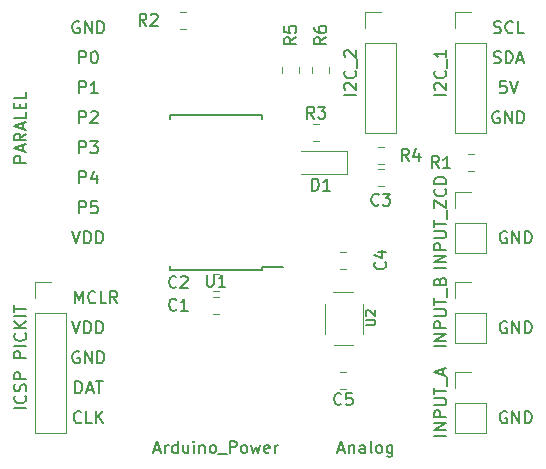
<source format=gbr>
G04 #@! TF.GenerationSoftware,KiCad,Pcbnew,(5.0.1)-4*
G04 #@! TF.CreationDate,2020-04-30T15:13:55+02:00*
G04 #@! TF.ProjectId,freqcounter,66726571636F756E7465722E6B696361,1*
G04 #@! TF.SameCoordinates,Original*
G04 #@! TF.FileFunction,Legend,Top*
G04 #@! TF.FilePolarity,Positive*
%FSLAX46Y46*%
G04 Gerber Fmt 4.6, Leading zero omitted, Abs format (unit mm)*
G04 Created by KiCad (PCBNEW (5.0.1)-4) date 30/04/2020 15:13:55*
%MOMM*%
%LPD*%
G01*
G04 APERTURE LIST*
%ADD10C,0.203200*%
%ADD11C,0.120000*%
%ADD12C,0.150000*%
%ADD13C,0.100000*%
G04 APERTURE END LIST*
D10*
X163055904Y-99822000D02*
X162959142Y-99773619D01*
X162813999Y-99773619D01*
X162668857Y-99822000D01*
X162572095Y-99918761D01*
X162523714Y-100015523D01*
X162475333Y-100209047D01*
X162475333Y-100354190D01*
X162523714Y-100547714D01*
X162572095Y-100644476D01*
X162668857Y-100741238D01*
X162813999Y-100789619D01*
X162910761Y-100789619D01*
X163055904Y-100741238D01*
X163104285Y-100692857D01*
X163104285Y-100354190D01*
X162910761Y-100354190D01*
X163539714Y-100789619D02*
X163539714Y-99773619D01*
X164120285Y-100789619D01*
X164120285Y-99773619D01*
X164604095Y-100789619D02*
X164604095Y-99773619D01*
X164845999Y-99773619D01*
X164991142Y-99822000D01*
X165087904Y-99918761D01*
X165136285Y-100015523D01*
X165184666Y-100209047D01*
X165184666Y-100354190D01*
X165136285Y-100547714D01*
X165087904Y-100644476D01*
X164991142Y-100741238D01*
X164845999Y-100789619D01*
X164604095Y-100789619D01*
X163055904Y-92202000D02*
X162959142Y-92153619D01*
X162813999Y-92153619D01*
X162668857Y-92202000D01*
X162572095Y-92298761D01*
X162523714Y-92395523D01*
X162475333Y-92589047D01*
X162475333Y-92734190D01*
X162523714Y-92927714D01*
X162572095Y-93024476D01*
X162668857Y-93121238D01*
X162813999Y-93169619D01*
X162910761Y-93169619D01*
X163055904Y-93121238D01*
X163104285Y-93072857D01*
X163104285Y-92734190D01*
X162910761Y-92734190D01*
X163539714Y-93169619D02*
X163539714Y-92153619D01*
X164120285Y-93169619D01*
X164120285Y-92153619D01*
X164604095Y-93169619D02*
X164604095Y-92153619D01*
X164845999Y-92153619D01*
X164991142Y-92202000D01*
X165087904Y-92298761D01*
X165136285Y-92395523D01*
X165184666Y-92589047D01*
X165184666Y-92734190D01*
X165136285Y-92927714D01*
X165087904Y-93024476D01*
X164991142Y-93121238D01*
X164845999Y-93169619D01*
X164604095Y-93169619D01*
X163055904Y-84582000D02*
X162959142Y-84533619D01*
X162813999Y-84533619D01*
X162668857Y-84582000D01*
X162572095Y-84678761D01*
X162523714Y-84775523D01*
X162475333Y-84969047D01*
X162475333Y-85114190D01*
X162523714Y-85307714D01*
X162572095Y-85404476D01*
X162668857Y-85501238D01*
X162813999Y-85549619D01*
X162910761Y-85549619D01*
X163055904Y-85501238D01*
X163104285Y-85452857D01*
X163104285Y-85114190D01*
X162910761Y-85114190D01*
X163539714Y-85549619D02*
X163539714Y-84533619D01*
X164120285Y-85549619D01*
X164120285Y-84533619D01*
X164604095Y-85549619D02*
X164604095Y-84533619D01*
X164845999Y-84533619D01*
X164991142Y-84582000D01*
X165087904Y-84678761D01*
X165136285Y-84775523D01*
X165184666Y-84969047D01*
X165184666Y-85114190D01*
X165136285Y-85307714D01*
X165087904Y-85404476D01*
X164991142Y-85501238D01*
X164845999Y-85549619D01*
X164604095Y-85549619D01*
X162420904Y-74422000D02*
X162324142Y-74373619D01*
X162178999Y-74373619D01*
X162033857Y-74422000D01*
X161937095Y-74518761D01*
X161888714Y-74615523D01*
X161840333Y-74809047D01*
X161840333Y-74954190D01*
X161888714Y-75147714D01*
X161937095Y-75244476D01*
X162033857Y-75341238D01*
X162178999Y-75389619D01*
X162275761Y-75389619D01*
X162420904Y-75341238D01*
X162469285Y-75292857D01*
X162469285Y-74954190D01*
X162275761Y-74954190D01*
X162904714Y-75389619D02*
X162904714Y-74373619D01*
X163485285Y-75389619D01*
X163485285Y-74373619D01*
X163969095Y-75389619D02*
X163969095Y-74373619D01*
X164210999Y-74373619D01*
X164356142Y-74422000D01*
X164452904Y-74518761D01*
X164501285Y-74615523D01*
X164549666Y-74809047D01*
X164549666Y-74954190D01*
X164501285Y-75147714D01*
X164452904Y-75244476D01*
X164356142Y-75341238D01*
X164210999Y-75389619D01*
X163969095Y-75389619D01*
X163001476Y-71833619D02*
X162517666Y-71833619D01*
X162469285Y-72317428D01*
X162517666Y-72269047D01*
X162614428Y-72220666D01*
X162856333Y-72220666D01*
X162953095Y-72269047D01*
X163001476Y-72317428D01*
X163049857Y-72414190D01*
X163049857Y-72656095D01*
X163001476Y-72752857D01*
X162953095Y-72801238D01*
X162856333Y-72849619D01*
X162614428Y-72849619D01*
X162517666Y-72801238D01*
X162469285Y-72752857D01*
X163340142Y-71833619D02*
X163678809Y-72849619D01*
X164017476Y-71833619D01*
X161961285Y-70261238D02*
X162106428Y-70309619D01*
X162348333Y-70309619D01*
X162445095Y-70261238D01*
X162493476Y-70212857D01*
X162541857Y-70116095D01*
X162541857Y-70019333D01*
X162493476Y-69922571D01*
X162445095Y-69874190D01*
X162348333Y-69825809D01*
X162154809Y-69777428D01*
X162058047Y-69729047D01*
X162009666Y-69680666D01*
X161961285Y-69583904D01*
X161961285Y-69487142D01*
X162009666Y-69390380D01*
X162058047Y-69342000D01*
X162154809Y-69293619D01*
X162396714Y-69293619D01*
X162541857Y-69342000D01*
X162977285Y-70309619D02*
X162977285Y-69293619D01*
X163219190Y-69293619D01*
X163364333Y-69342000D01*
X163461095Y-69438761D01*
X163509476Y-69535523D01*
X163557857Y-69729047D01*
X163557857Y-69874190D01*
X163509476Y-70067714D01*
X163461095Y-70164476D01*
X163364333Y-70261238D01*
X163219190Y-70309619D01*
X162977285Y-70309619D01*
X163944904Y-70019333D02*
X164428714Y-70019333D01*
X163848142Y-70309619D02*
X164186809Y-69293619D01*
X164525476Y-70309619D01*
X161985476Y-67721238D02*
X162130619Y-67769619D01*
X162372523Y-67769619D01*
X162469285Y-67721238D01*
X162517666Y-67672857D01*
X162566047Y-67576095D01*
X162566047Y-67479333D01*
X162517666Y-67382571D01*
X162469285Y-67334190D01*
X162372523Y-67285809D01*
X162179000Y-67237428D01*
X162082238Y-67189047D01*
X162033857Y-67140666D01*
X161985476Y-67043904D01*
X161985476Y-66947142D01*
X162033857Y-66850380D01*
X162082238Y-66802000D01*
X162179000Y-66753619D01*
X162420904Y-66753619D01*
X162566047Y-66802000D01*
X163582047Y-67672857D02*
X163533666Y-67721238D01*
X163388523Y-67769619D01*
X163291761Y-67769619D01*
X163146619Y-67721238D01*
X163049857Y-67624476D01*
X163001476Y-67527714D01*
X162953095Y-67334190D01*
X162953095Y-67189047D01*
X163001476Y-66995523D01*
X163049857Y-66898761D01*
X163146619Y-66802000D01*
X163291761Y-66753619D01*
X163388523Y-66753619D01*
X163533666Y-66802000D01*
X163582047Y-66850380D01*
X164501285Y-67769619D02*
X164017476Y-67769619D01*
X164017476Y-66753619D01*
X126885095Y-80469619D02*
X126885095Y-79453619D01*
X127272142Y-79453619D01*
X127368904Y-79502000D01*
X127417285Y-79550380D01*
X127465666Y-79647142D01*
X127465666Y-79792285D01*
X127417285Y-79889047D01*
X127368904Y-79937428D01*
X127272142Y-79985809D01*
X126885095Y-79985809D01*
X128336523Y-79792285D02*
X128336523Y-80469619D01*
X128094619Y-79405238D02*
X127852714Y-80130952D01*
X128481666Y-80130952D01*
X126885095Y-83009619D02*
X126885095Y-81993619D01*
X127272142Y-81993619D01*
X127368904Y-82042000D01*
X127417285Y-82090380D01*
X127465666Y-82187142D01*
X127465666Y-82332285D01*
X127417285Y-82429047D01*
X127368904Y-82477428D01*
X127272142Y-82525809D01*
X126885095Y-82525809D01*
X128384904Y-81993619D02*
X127901095Y-81993619D01*
X127852714Y-82477428D01*
X127901095Y-82429047D01*
X127997857Y-82380666D01*
X128239761Y-82380666D01*
X128336523Y-82429047D01*
X128384904Y-82477428D01*
X128433285Y-82574190D01*
X128433285Y-82816095D01*
X128384904Y-82912857D01*
X128336523Y-82961238D01*
X128239761Y-83009619D01*
X127997857Y-83009619D01*
X127901095Y-82961238D01*
X127852714Y-82912857D01*
X126885095Y-75389619D02*
X126885095Y-74373619D01*
X127272142Y-74373619D01*
X127368904Y-74422000D01*
X127417285Y-74470380D01*
X127465666Y-74567142D01*
X127465666Y-74712285D01*
X127417285Y-74809047D01*
X127368904Y-74857428D01*
X127272142Y-74905809D01*
X126885095Y-74905809D01*
X127852714Y-74470380D02*
X127901095Y-74422000D01*
X127997857Y-74373619D01*
X128239761Y-74373619D01*
X128336523Y-74422000D01*
X128384904Y-74470380D01*
X128433285Y-74567142D01*
X128433285Y-74663904D01*
X128384904Y-74809047D01*
X127804333Y-75389619D01*
X128433285Y-75389619D01*
X126885095Y-77929619D02*
X126885095Y-76913619D01*
X127272142Y-76913619D01*
X127368904Y-76962000D01*
X127417285Y-77010380D01*
X127465666Y-77107142D01*
X127465666Y-77252285D01*
X127417285Y-77349047D01*
X127368904Y-77397428D01*
X127272142Y-77445809D01*
X126885095Y-77445809D01*
X127804333Y-76913619D02*
X128433285Y-76913619D01*
X128094619Y-77300666D01*
X128239761Y-77300666D01*
X128336523Y-77349047D01*
X128384904Y-77397428D01*
X128433285Y-77494190D01*
X128433285Y-77736095D01*
X128384904Y-77832857D01*
X128336523Y-77881238D01*
X128239761Y-77929619D01*
X127949476Y-77929619D01*
X127852714Y-77881238D01*
X127804333Y-77832857D01*
X126885095Y-70309619D02*
X126885095Y-69293619D01*
X127272142Y-69293619D01*
X127368904Y-69342000D01*
X127417285Y-69390380D01*
X127465666Y-69487142D01*
X127465666Y-69632285D01*
X127417285Y-69729047D01*
X127368904Y-69777428D01*
X127272142Y-69825809D01*
X126885095Y-69825809D01*
X128094619Y-69293619D02*
X128191380Y-69293619D01*
X128288142Y-69342000D01*
X128336523Y-69390380D01*
X128384904Y-69487142D01*
X128433285Y-69680666D01*
X128433285Y-69922571D01*
X128384904Y-70116095D01*
X128336523Y-70212857D01*
X128288142Y-70261238D01*
X128191380Y-70309619D01*
X128094619Y-70309619D01*
X127997857Y-70261238D01*
X127949476Y-70212857D01*
X127901095Y-70116095D01*
X127852714Y-69922571D01*
X127852714Y-69680666D01*
X127901095Y-69487142D01*
X127949476Y-69390380D01*
X127997857Y-69342000D01*
X128094619Y-69293619D01*
X126885095Y-72849619D02*
X126885095Y-71833619D01*
X127272142Y-71833619D01*
X127368904Y-71882000D01*
X127417285Y-71930380D01*
X127465666Y-72027142D01*
X127465666Y-72172285D01*
X127417285Y-72269047D01*
X127368904Y-72317428D01*
X127272142Y-72365809D01*
X126885095Y-72365809D01*
X128433285Y-72849619D02*
X127852714Y-72849619D01*
X128143000Y-72849619D02*
X128143000Y-71833619D01*
X128046238Y-71978761D01*
X127949476Y-72075523D01*
X127852714Y-72123904D01*
X126280333Y-84533619D02*
X126619000Y-85549619D01*
X126957666Y-84533619D01*
X127296333Y-85549619D02*
X127296333Y-84533619D01*
X127538238Y-84533619D01*
X127683380Y-84582000D01*
X127780142Y-84678761D01*
X127828523Y-84775523D01*
X127876904Y-84969047D01*
X127876904Y-85114190D01*
X127828523Y-85307714D01*
X127780142Y-85404476D01*
X127683380Y-85501238D01*
X127538238Y-85549619D01*
X127296333Y-85549619D01*
X128312333Y-85549619D02*
X128312333Y-84533619D01*
X128554238Y-84533619D01*
X128699380Y-84582000D01*
X128796142Y-84678761D01*
X128844523Y-84775523D01*
X128892904Y-84969047D01*
X128892904Y-85114190D01*
X128844523Y-85307714D01*
X128796142Y-85404476D01*
X128699380Y-85501238D01*
X128554238Y-85549619D01*
X128312333Y-85549619D01*
X126860904Y-66802000D02*
X126764142Y-66753619D01*
X126618999Y-66753619D01*
X126473857Y-66802000D01*
X126377095Y-66898761D01*
X126328714Y-66995523D01*
X126280333Y-67189047D01*
X126280333Y-67334190D01*
X126328714Y-67527714D01*
X126377095Y-67624476D01*
X126473857Y-67721238D01*
X126618999Y-67769619D01*
X126715761Y-67769619D01*
X126860904Y-67721238D01*
X126909285Y-67672857D01*
X126909285Y-67334190D01*
X126715761Y-67334190D01*
X127344714Y-67769619D02*
X127344714Y-66753619D01*
X127925285Y-67769619D01*
X127925285Y-66753619D01*
X128409095Y-67769619D02*
X128409095Y-66753619D01*
X128650999Y-66753619D01*
X128796142Y-66802000D01*
X128892904Y-66898761D01*
X128941285Y-66995523D01*
X128989666Y-67189047D01*
X128989666Y-67334190D01*
X128941285Y-67527714D01*
X128892904Y-67624476D01*
X128796142Y-67721238D01*
X128650999Y-67769619D01*
X128409095Y-67769619D01*
X126504095Y-90629619D02*
X126504095Y-89613619D01*
X126842761Y-90339333D01*
X127181428Y-89613619D01*
X127181428Y-90629619D01*
X128245809Y-90532857D02*
X128197428Y-90581238D01*
X128052285Y-90629619D01*
X127955523Y-90629619D01*
X127810380Y-90581238D01*
X127713619Y-90484476D01*
X127665238Y-90387714D01*
X127616857Y-90194190D01*
X127616857Y-90049047D01*
X127665238Y-89855523D01*
X127713619Y-89758761D01*
X127810380Y-89662000D01*
X127955523Y-89613619D01*
X128052285Y-89613619D01*
X128197428Y-89662000D01*
X128245809Y-89710380D01*
X129165047Y-90629619D02*
X128681238Y-90629619D01*
X128681238Y-89613619D01*
X130084285Y-90629619D02*
X129745619Y-90145809D01*
X129503714Y-90629619D02*
X129503714Y-89613619D01*
X129890761Y-89613619D01*
X129987523Y-89662000D01*
X130035904Y-89710380D01*
X130084285Y-89807142D01*
X130084285Y-89952285D01*
X130035904Y-90049047D01*
X129987523Y-90097428D01*
X129890761Y-90145809D01*
X129503714Y-90145809D01*
X127030238Y-100692857D02*
X126981857Y-100741238D01*
X126836714Y-100789619D01*
X126739952Y-100789619D01*
X126594809Y-100741238D01*
X126498047Y-100644476D01*
X126449666Y-100547714D01*
X126401285Y-100354190D01*
X126401285Y-100209047D01*
X126449666Y-100015523D01*
X126498047Y-99918761D01*
X126594809Y-99822000D01*
X126739952Y-99773619D01*
X126836714Y-99773619D01*
X126981857Y-99822000D01*
X127030238Y-99870380D01*
X127949476Y-100789619D02*
X127465666Y-100789619D01*
X127465666Y-99773619D01*
X128288142Y-100789619D02*
X128288142Y-99773619D01*
X128868714Y-100789619D02*
X128433285Y-100209047D01*
X128868714Y-99773619D02*
X128288142Y-100354190D01*
X126546428Y-98249619D02*
X126546428Y-97233619D01*
X126788333Y-97233619D01*
X126933476Y-97282000D01*
X127030238Y-97378761D01*
X127078619Y-97475523D01*
X127126999Y-97669047D01*
X127126999Y-97814190D01*
X127078619Y-98007714D01*
X127030238Y-98104476D01*
X126933476Y-98201238D01*
X126788333Y-98249619D01*
X126546428Y-98249619D01*
X127514047Y-97959333D02*
X127997857Y-97959333D01*
X127417285Y-98249619D02*
X127755952Y-97233619D01*
X128094619Y-98249619D01*
X128288142Y-97233619D02*
X128868714Y-97233619D01*
X128578428Y-98249619D02*
X128578428Y-97233619D01*
X126860904Y-94742000D02*
X126764142Y-94693619D01*
X126618999Y-94693619D01*
X126473857Y-94742000D01*
X126377095Y-94838761D01*
X126328714Y-94935523D01*
X126280333Y-95129047D01*
X126280333Y-95274190D01*
X126328714Y-95467714D01*
X126377095Y-95564476D01*
X126473857Y-95661238D01*
X126618999Y-95709619D01*
X126715761Y-95709619D01*
X126860904Y-95661238D01*
X126909285Y-95612857D01*
X126909285Y-95274190D01*
X126715761Y-95274190D01*
X127344714Y-95709619D02*
X127344714Y-94693619D01*
X127925285Y-95709619D01*
X127925285Y-94693619D01*
X128409095Y-95709619D02*
X128409095Y-94693619D01*
X128650999Y-94693619D01*
X128796142Y-94742000D01*
X128892904Y-94838761D01*
X128941285Y-94935523D01*
X128989666Y-95129047D01*
X128989666Y-95274190D01*
X128941285Y-95467714D01*
X128892904Y-95564476D01*
X128796142Y-95661238D01*
X128650999Y-95709619D01*
X128409095Y-95709619D01*
X126280333Y-92153619D02*
X126619000Y-93169619D01*
X126957666Y-92153619D01*
X127296333Y-93169619D02*
X127296333Y-92153619D01*
X127538238Y-92153619D01*
X127683380Y-92202000D01*
X127780142Y-92298761D01*
X127828523Y-92395523D01*
X127876904Y-92589047D01*
X127876904Y-92734190D01*
X127828523Y-92927714D01*
X127780142Y-93024476D01*
X127683380Y-93121238D01*
X127538238Y-93169619D01*
X127296333Y-93169619D01*
X128312333Y-93169619D02*
X128312333Y-92153619D01*
X128554238Y-92153619D01*
X128699380Y-92202000D01*
X128796142Y-92298761D01*
X128844523Y-92395523D01*
X128892904Y-92589047D01*
X128892904Y-92734190D01*
X128844523Y-92927714D01*
X128796142Y-93024476D01*
X128699380Y-93121238D01*
X128554238Y-93169619D01*
X128312333Y-93169619D01*
D11*
G04 #@! TO.C,J1*
X123130000Y-101660000D02*
X125790000Y-101660000D01*
X123130000Y-91440000D02*
X123130000Y-101660000D01*
X125790000Y-91440000D02*
X125790000Y-101660000D01*
X123130000Y-91440000D02*
X125790000Y-91440000D01*
X123130000Y-90170000D02*
X123130000Y-88840000D01*
X123130000Y-88840000D02*
X124460000Y-88840000D01*
D12*
G04 #@! TO.C,U1*
X142305000Y-87855000D02*
X142305000Y-87605000D01*
X134555000Y-87855000D02*
X134555000Y-87520000D01*
X134555000Y-74705000D02*
X134555000Y-75040000D01*
X142305000Y-74705000D02*
X142305000Y-75040000D01*
X142305000Y-87855000D02*
X134555000Y-87855000D01*
X142305000Y-74705000D02*
X134555000Y-74705000D01*
X142305000Y-87605000D02*
X144105000Y-87605000D01*
D11*
G04 #@! TO.C,C1*
X138168748Y-90095000D02*
X138691252Y-90095000D01*
X138168748Y-91515000D02*
X138691252Y-91515000D01*
G04 #@! TO.C,C2*
X138168748Y-88190000D02*
X138691252Y-88190000D01*
X138168748Y-89610000D02*
X138691252Y-89610000D01*
G04 #@! TO.C,C3*
X152138748Y-80720000D02*
X152661252Y-80720000D01*
X152138748Y-79300000D02*
X152661252Y-79300000D01*
G04 #@! TO.C,C4*
X149486252Y-86285000D02*
X148963748Y-86285000D01*
X149486252Y-87705000D02*
X148963748Y-87705000D01*
G04 #@! TO.C,C5*
X149486252Y-97865000D02*
X148963748Y-97865000D01*
X149486252Y-96445000D02*
X148963748Y-96445000D01*
G04 #@! TO.C,D1*
X149570000Y-79740000D02*
X149570000Y-77740000D01*
X149570000Y-77740000D02*
X145670000Y-77740000D01*
X149570000Y-79740000D02*
X145670000Y-79740000D01*
G04 #@! TO.C,J10*
X158690000Y-101660000D02*
X161350000Y-101660000D01*
X158690000Y-99060000D02*
X158690000Y-101660000D01*
X161350000Y-99060000D02*
X161350000Y-101660000D01*
X158690000Y-99060000D02*
X161350000Y-99060000D01*
X158690000Y-97790000D02*
X158690000Y-96460000D01*
X158690000Y-96460000D02*
X160020000Y-96460000D01*
G04 #@! TO.C,J11*
X158690000Y-88840000D02*
X160020000Y-88840000D01*
X158690000Y-90170000D02*
X158690000Y-88840000D01*
X158690000Y-91440000D02*
X161350000Y-91440000D01*
X161350000Y-91440000D02*
X161350000Y-94040000D01*
X158690000Y-91440000D02*
X158690000Y-94040000D01*
X158690000Y-94040000D02*
X161350000Y-94040000D01*
G04 #@! TO.C,J12*
X158690000Y-86420000D02*
X161350000Y-86420000D01*
X158690000Y-83820000D02*
X158690000Y-86420000D01*
X161350000Y-83820000D02*
X161350000Y-86420000D01*
X158690000Y-83820000D02*
X161350000Y-83820000D01*
X158690000Y-82550000D02*
X158690000Y-81220000D01*
X158690000Y-81220000D02*
X160020000Y-81220000D01*
G04 #@! TO.C,J13*
X158690000Y-76260000D02*
X161350000Y-76260000D01*
X158690000Y-68580000D02*
X158690000Y-76260000D01*
X161350000Y-68580000D02*
X161350000Y-76260000D01*
X158690000Y-68580000D02*
X161350000Y-68580000D01*
X158690000Y-67310000D02*
X158690000Y-65980000D01*
X158690000Y-65980000D02*
X160020000Y-65980000D01*
G04 #@! TO.C,J14*
X151070000Y-65980000D02*
X152400000Y-65980000D01*
X151070000Y-67310000D02*
X151070000Y-65980000D01*
X151070000Y-68580000D02*
X153730000Y-68580000D01*
X153730000Y-68580000D02*
X153730000Y-76260000D01*
X151070000Y-68580000D02*
X151070000Y-76260000D01*
X151070000Y-76260000D02*
X153730000Y-76260000D01*
G04 #@! TO.C,R1*
X160281252Y-78030000D02*
X159758748Y-78030000D01*
X160281252Y-79450000D02*
X159758748Y-79450000D01*
G04 #@! TO.C,R2*
X135906252Y-67385000D02*
X135383748Y-67385000D01*
X135906252Y-65965000D02*
X135383748Y-65965000D01*
G04 #@! TO.C,R3*
X146668748Y-75490000D02*
X147191252Y-75490000D01*
X146668748Y-76910000D02*
X147191252Y-76910000D01*
G04 #@! TO.C,R4*
X152138748Y-78815000D02*
X152661252Y-78815000D01*
X152138748Y-77395000D02*
X152661252Y-77395000D01*
D13*
G04 #@! TO.C,U2*
X150855000Y-93280000D02*
X150855000Y-90680000D01*
X148455000Y-94180000D02*
X150055000Y-94180000D01*
X148355000Y-89680000D02*
X150055000Y-89680000D01*
X147655000Y-93280000D02*
X147655000Y-90680000D01*
D11*
G04 #@! TO.C,R5*
X144070000Y-71136252D02*
X144070000Y-70613748D01*
X145490000Y-71136252D02*
X145490000Y-70613748D01*
G04 #@! TO.C,R6*
X148030000Y-71136252D02*
X148030000Y-70613748D01*
X146610000Y-71136252D02*
X146610000Y-70613748D01*
G04 #@! TO.C,J1*
D10*
X122379619Y-99531714D02*
X121363619Y-99531714D01*
X122282857Y-98467333D02*
X122331238Y-98515714D01*
X122379619Y-98660857D01*
X122379619Y-98757619D01*
X122331238Y-98902761D01*
X122234476Y-98999523D01*
X122137714Y-99047904D01*
X121944190Y-99096285D01*
X121799047Y-99096285D01*
X121605523Y-99047904D01*
X121508761Y-98999523D01*
X121411999Y-98902761D01*
X121363619Y-98757619D01*
X121363619Y-98660857D01*
X121411999Y-98515714D01*
X121460380Y-98467333D01*
X122331238Y-98080285D02*
X122379619Y-97935142D01*
X122379619Y-97693238D01*
X122331238Y-97596476D01*
X122282857Y-97548095D01*
X122186095Y-97499714D01*
X122089333Y-97499714D01*
X121992571Y-97548095D01*
X121944190Y-97596476D01*
X121895809Y-97693238D01*
X121847428Y-97886761D01*
X121799047Y-97983523D01*
X121750666Y-98031904D01*
X121653904Y-98080285D01*
X121557142Y-98080285D01*
X121460380Y-98031904D01*
X121411999Y-97983523D01*
X121363619Y-97886761D01*
X121363619Y-97644857D01*
X121411999Y-97499714D01*
X122379619Y-97064285D02*
X121363619Y-97064285D01*
X121363619Y-96677238D01*
X121411999Y-96580476D01*
X121460380Y-96532095D01*
X121557142Y-96483714D01*
X121702285Y-96483714D01*
X121799047Y-96532095D01*
X121847428Y-96580476D01*
X121895809Y-96677238D01*
X121895809Y-97064285D01*
X122379619Y-95274190D02*
X121363619Y-95274190D01*
X121363619Y-94887142D01*
X121412000Y-94790380D01*
X121460380Y-94741999D01*
X121557142Y-94693619D01*
X121702285Y-94693619D01*
X121799047Y-94741999D01*
X121847428Y-94790380D01*
X121895809Y-94887142D01*
X121895809Y-95274190D01*
X122379619Y-94258190D02*
X121363619Y-94258190D01*
X122282857Y-93193809D02*
X122331238Y-93242190D01*
X122379619Y-93387333D01*
X122379619Y-93484095D01*
X122331238Y-93629238D01*
X122234476Y-93725999D01*
X122137714Y-93774380D01*
X121944190Y-93822761D01*
X121799047Y-93822761D01*
X121605523Y-93774380D01*
X121508761Y-93725999D01*
X121412000Y-93629238D01*
X121363619Y-93484095D01*
X121363619Y-93387333D01*
X121412000Y-93242190D01*
X121460380Y-93193809D01*
X122379619Y-92758380D02*
X121363619Y-92758380D01*
X122379619Y-92177809D02*
X121799047Y-92613238D01*
X121363619Y-92177809D02*
X121944190Y-92758380D01*
X122379619Y-91742380D02*
X121363619Y-91742380D01*
X121363619Y-91403714D02*
X121363619Y-90823142D01*
X122379619Y-91113428D02*
X121363619Y-91113428D01*
G04 #@! TO.C,J15*
X122379619Y-78746047D02*
X121363619Y-78746047D01*
X121363619Y-78359000D01*
X121411999Y-78262238D01*
X121460380Y-78213857D01*
X121557142Y-78165476D01*
X121702285Y-78165476D01*
X121799047Y-78213857D01*
X121847428Y-78262238D01*
X121895809Y-78359000D01*
X121895809Y-78746047D01*
X122089333Y-77778428D02*
X122089333Y-77294619D01*
X122379619Y-77875190D02*
X121363619Y-77536523D01*
X122379619Y-77197857D01*
X122379619Y-76278619D02*
X121895809Y-76617285D01*
X122379619Y-76859190D02*
X121363619Y-76859190D01*
X121363619Y-76472142D01*
X121411999Y-76375380D01*
X121460380Y-76327000D01*
X121557142Y-76278619D01*
X121702285Y-76278619D01*
X121799047Y-76327000D01*
X121847428Y-76375380D01*
X121895809Y-76472142D01*
X121895809Y-76859190D01*
X122089333Y-75891571D02*
X122089333Y-75407761D01*
X122379619Y-75988333D02*
X121363619Y-75649666D01*
X122379619Y-75311000D01*
X122379619Y-74488523D02*
X122379619Y-74972333D01*
X121363619Y-74972333D01*
X121847428Y-74149857D02*
X121847428Y-73811190D01*
X122379619Y-73666047D02*
X122379619Y-74149857D01*
X121363619Y-74149857D01*
X121363619Y-73666047D01*
X122379619Y-72746809D02*
X122379619Y-73230619D01*
X121363619Y-73230619D01*
G04 #@! TO.C,J3*
D12*
X133239523Y-103036666D02*
X133715714Y-103036666D01*
X133144285Y-103322380D02*
X133477619Y-102322380D01*
X133810952Y-103322380D01*
X134144285Y-103322380D02*
X134144285Y-102655714D01*
X134144285Y-102846190D02*
X134191904Y-102750952D01*
X134239523Y-102703333D01*
X134334761Y-102655714D01*
X134429999Y-102655714D01*
X135191904Y-103322380D02*
X135191904Y-102322380D01*
X135191904Y-103274761D02*
X135096666Y-103322380D01*
X134906190Y-103322380D01*
X134810952Y-103274761D01*
X134763333Y-103227142D01*
X134715714Y-103131904D01*
X134715714Y-102846190D01*
X134763333Y-102750952D01*
X134810952Y-102703333D01*
X134906190Y-102655714D01*
X135096666Y-102655714D01*
X135191904Y-102703333D01*
X136096666Y-102655714D02*
X136096666Y-103322380D01*
X135668095Y-102655714D02*
X135668095Y-103179523D01*
X135715714Y-103274761D01*
X135810952Y-103322380D01*
X135953809Y-103322380D01*
X136049047Y-103274761D01*
X136096666Y-103227142D01*
X136572857Y-103322380D02*
X136572857Y-102655714D01*
X136572857Y-102322380D02*
X136525238Y-102370000D01*
X136572857Y-102417619D01*
X136620476Y-102370000D01*
X136572857Y-102322380D01*
X136572857Y-102417619D01*
X137049047Y-102655714D02*
X137049047Y-103322380D01*
X137049047Y-102750952D02*
X137096666Y-102703333D01*
X137191904Y-102655714D01*
X137334761Y-102655714D01*
X137429999Y-102703333D01*
X137477619Y-102798571D01*
X137477619Y-103322380D01*
X138096666Y-103322380D02*
X138001428Y-103274761D01*
X137953809Y-103227142D01*
X137906190Y-103131904D01*
X137906190Y-102846190D01*
X137953809Y-102750952D01*
X138001428Y-102703333D01*
X138096666Y-102655714D01*
X138239523Y-102655714D01*
X138334761Y-102703333D01*
X138382380Y-102750952D01*
X138429999Y-102846190D01*
X138429999Y-103131904D01*
X138382380Y-103227142D01*
X138334761Y-103274761D01*
X138239523Y-103322380D01*
X138096666Y-103322380D01*
X138620476Y-103417619D02*
X139382380Y-103417619D01*
X139620476Y-103322380D02*
X139620476Y-102322380D01*
X140001428Y-102322380D01*
X140096666Y-102370000D01*
X140144285Y-102417619D01*
X140191904Y-102512857D01*
X140191904Y-102655714D01*
X140144285Y-102750952D01*
X140096666Y-102798571D01*
X140001428Y-102846190D01*
X139620476Y-102846190D01*
X140763333Y-103322380D02*
X140668095Y-103274761D01*
X140620476Y-103227142D01*
X140572857Y-103131904D01*
X140572857Y-102846190D01*
X140620476Y-102750952D01*
X140668095Y-102703333D01*
X140763333Y-102655714D01*
X140906190Y-102655714D01*
X141001428Y-102703333D01*
X141049047Y-102750952D01*
X141096666Y-102846190D01*
X141096666Y-103131904D01*
X141049047Y-103227142D01*
X141001428Y-103274761D01*
X140906190Y-103322380D01*
X140763333Y-103322380D01*
X141429999Y-102655714D02*
X141620476Y-103322380D01*
X141810952Y-102846190D01*
X142001428Y-103322380D01*
X142191904Y-102655714D01*
X142953809Y-103274761D02*
X142858571Y-103322380D01*
X142668095Y-103322380D01*
X142572857Y-103274761D01*
X142525238Y-103179523D01*
X142525238Y-102798571D01*
X142572857Y-102703333D01*
X142668095Y-102655714D01*
X142858571Y-102655714D01*
X142953809Y-102703333D01*
X143001428Y-102798571D01*
X143001428Y-102893809D01*
X142525238Y-102989047D01*
X143429999Y-103322380D02*
X143429999Y-102655714D01*
X143429999Y-102846190D02*
X143477619Y-102750952D01*
X143525238Y-102703333D01*
X143620476Y-102655714D01*
X143715714Y-102655714D01*
G04 #@! TO.C,U1*
X137668095Y-88232380D02*
X137668095Y-89041904D01*
X137715714Y-89137142D01*
X137763333Y-89184761D01*
X137858571Y-89232380D01*
X138049047Y-89232380D01*
X138144285Y-89184761D01*
X138191904Y-89137142D01*
X138239523Y-89041904D01*
X138239523Y-88232380D01*
X139239523Y-89232380D02*
X138668095Y-89232380D01*
X138953809Y-89232380D02*
X138953809Y-88232380D01*
X138858571Y-88375238D01*
X138763333Y-88470476D01*
X138668095Y-88518095D01*
G04 #@! TO.C,C1*
X135088333Y-91162142D02*
X135040714Y-91209761D01*
X134897857Y-91257380D01*
X134802619Y-91257380D01*
X134659761Y-91209761D01*
X134564523Y-91114523D01*
X134516904Y-91019285D01*
X134469285Y-90828809D01*
X134469285Y-90685952D01*
X134516904Y-90495476D01*
X134564523Y-90400238D01*
X134659761Y-90305000D01*
X134802619Y-90257380D01*
X134897857Y-90257380D01*
X135040714Y-90305000D01*
X135088333Y-90352619D01*
X136040714Y-91257380D02*
X135469285Y-91257380D01*
X135754999Y-91257380D02*
X135754999Y-90257380D01*
X135659761Y-90400238D01*
X135564523Y-90495476D01*
X135469285Y-90543095D01*
G04 #@! TO.C,C2*
X135088333Y-89257142D02*
X135040714Y-89304761D01*
X134897857Y-89352380D01*
X134802619Y-89352380D01*
X134659761Y-89304761D01*
X134564523Y-89209523D01*
X134516904Y-89114285D01*
X134469285Y-88923809D01*
X134469285Y-88780952D01*
X134516904Y-88590476D01*
X134564523Y-88495238D01*
X134659761Y-88400000D01*
X134802619Y-88352380D01*
X134897857Y-88352380D01*
X135040714Y-88400000D01*
X135088333Y-88447619D01*
X135469285Y-88447619D02*
X135516904Y-88400000D01*
X135612142Y-88352380D01*
X135850238Y-88352380D01*
X135945476Y-88400000D01*
X135993095Y-88447619D01*
X136040714Y-88542857D01*
X136040714Y-88638095D01*
X135993095Y-88780952D01*
X135421666Y-89352380D01*
X136040714Y-89352380D01*
G04 #@! TO.C,C3*
X152233333Y-82272142D02*
X152185714Y-82319761D01*
X152042857Y-82367380D01*
X151947619Y-82367380D01*
X151804761Y-82319761D01*
X151709523Y-82224523D01*
X151661904Y-82129285D01*
X151614285Y-81938809D01*
X151614285Y-81795952D01*
X151661904Y-81605476D01*
X151709523Y-81510238D01*
X151804761Y-81415000D01*
X151947619Y-81367380D01*
X152042857Y-81367380D01*
X152185714Y-81415000D01*
X152233333Y-81462619D01*
X152566666Y-81367380D02*
X153185714Y-81367380D01*
X152852380Y-81748333D01*
X152995238Y-81748333D01*
X153090476Y-81795952D01*
X153138095Y-81843571D01*
X153185714Y-81938809D01*
X153185714Y-82176904D01*
X153138095Y-82272142D01*
X153090476Y-82319761D01*
X152995238Y-82367380D01*
X152709523Y-82367380D01*
X152614285Y-82319761D01*
X152566666Y-82272142D01*
G04 #@! TO.C,C4*
X152757142Y-87161666D02*
X152804761Y-87209285D01*
X152852380Y-87352142D01*
X152852380Y-87447380D01*
X152804761Y-87590238D01*
X152709523Y-87685476D01*
X152614285Y-87733095D01*
X152423809Y-87780714D01*
X152280952Y-87780714D01*
X152090476Y-87733095D01*
X151995238Y-87685476D01*
X151899999Y-87590238D01*
X151852380Y-87447380D01*
X151852380Y-87352142D01*
X151899999Y-87209285D01*
X151947619Y-87161666D01*
X152185714Y-86304523D02*
X152852380Y-86304523D01*
X151804761Y-86542619D02*
X152519047Y-86780714D01*
X152519047Y-86161666D01*
G04 #@! TO.C,C5*
X149058333Y-99162142D02*
X149010714Y-99209761D01*
X148867857Y-99257380D01*
X148772619Y-99257380D01*
X148629761Y-99209761D01*
X148534523Y-99114523D01*
X148486904Y-99019285D01*
X148439285Y-98828809D01*
X148439285Y-98685952D01*
X148486904Y-98495476D01*
X148534523Y-98400238D01*
X148629761Y-98305000D01*
X148772619Y-98257380D01*
X148867857Y-98257380D01*
X149010714Y-98305000D01*
X149058333Y-98352619D01*
X149963095Y-98257380D02*
X149486904Y-98257380D01*
X149439285Y-98733571D01*
X149486904Y-98685952D01*
X149582142Y-98638333D01*
X149820238Y-98638333D01*
X149915476Y-98685952D01*
X149963095Y-98733571D01*
X150010714Y-98828809D01*
X150010714Y-99066904D01*
X149963095Y-99162142D01*
X149915476Y-99209761D01*
X149820238Y-99257380D01*
X149582142Y-99257380D01*
X149486904Y-99209761D01*
X149439285Y-99162142D01*
G04 #@! TO.C,D1*
X146581904Y-81097380D02*
X146581904Y-80097380D01*
X146819999Y-80097380D01*
X146962857Y-80145000D01*
X147058095Y-80240238D01*
X147105714Y-80335476D01*
X147153333Y-80525952D01*
X147153333Y-80668809D01*
X147105714Y-80859285D01*
X147058095Y-80954523D01*
X146962857Y-81049761D01*
X146819999Y-81097380D01*
X146581904Y-81097380D01*
X148105714Y-81097380D02*
X147534285Y-81097380D01*
X147819999Y-81097380D02*
X147819999Y-80097380D01*
X147724761Y-80240238D01*
X147629523Y-80335476D01*
X147534285Y-80383095D01*
G04 #@! TO.C,J10*
D10*
X157939619Y-101841904D02*
X156923619Y-101841904D01*
X157939619Y-101358095D02*
X156923619Y-101358095D01*
X157939619Y-100777523D01*
X156923619Y-100777523D01*
X157939619Y-100293714D02*
X156923619Y-100293714D01*
X156923619Y-99906666D01*
X156971999Y-99809904D01*
X157020380Y-99761523D01*
X157117142Y-99713142D01*
X157262285Y-99713142D01*
X157359047Y-99761523D01*
X157407428Y-99809904D01*
X157455809Y-99906666D01*
X157455809Y-100293714D01*
X156923619Y-99277714D02*
X157746095Y-99277714D01*
X157842857Y-99229333D01*
X157891238Y-99180952D01*
X157939619Y-99084190D01*
X157939619Y-98890666D01*
X157891238Y-98793904D01*
X157842857Y-98745523D01*
X157746095Y-98697142D01*
X156923619Y-98697142D01*
X156923619Y-98358476D02*
X156923619Y-97777904D01*
X157939619Y-98068190D02*
X156923619Y-98068190D01*
X158036380Y-97681142D02*
X158036380Y-96907047D01*
X157649333Y-96713523D02*
X157649333Y-96229714D01*
X157939619Y-96810285D02*
X156923619Y-96471619D01*
X157939619Y-96132952D01*
G04 #@! TO.C,J11*
X157939619Y-94294476D02*
X156923619Y-94294476D01*
X157939619Y-93810666D02*
X156923619Y-93810666D01*
X157939619Y-93230095D01*
X156923619Y-93230095D01*
X157939619Y-92746285D02*
X156923619Y-92746285D01*
X156923619Y-92359238D01*
X156971999Y-92262476D01*
X157020380Y-92214095D01*
X157117142Y-92165714D01*
X157262285Y-92165714D01*
X157359047Y-92214095D01*
X157407428Y-92262476D01*
X157455809Y-92359238D01*
X157455809Y-92746285D01*
X156923619Y-91730285D02*
X157746095Y-91730285D01*
X157842857Y-91681904D01*
X157891238Y-91633523D01*
X157939619Y-91536761D01*
X157939619Y-91343238D01*
X157891238Y-91246476D01*
X157842857Y-91198095D01*
X157746095Y-91149714D01*
X156923619Y-91149714D01*
X156923619Y-90811047D02*
X156923619Y-90230476D01*
X157939619Y-90520761D02*
X156923619Y-90520761D01*
X158036380Y-90133714D02*
X158036380Y-89359619D01*
X157407428Y-88779047D02*
X157455809Y-88633904D01*
X157504190Y-88585523D01*
X157600952Y-88537142D01*
X157746095Y-88537142D01*
X157842857Y-88585523D01*
X157891238Y-88633904D01*
X157939619Y-88730666D01*
X157939619Y-89117714D01*
X156923619Y-89117714D01*
X156923619Y-88779047D01*
X156972000Y-88682285D01*
X157020380Y-88633904D01*
X157117142Y-88585523D01*
X157213904Y-88585523D01*
X157310666Y-88633904D01*
X157359047Y-88682285D01*
X157407428Y-88779047D01*
X157407428Y-89117714D01*
G04 #@! TO.C,J12*
X157939619Y-87666285D02*
X156923619Y-87666285D01*
X157939619Y-87182476D02*
X156923619Y-87182476D01*
X157939619Y-86601904D01*
X156923619Y-86601904D01*
X157939619Y-86118095D02*
X156923619Y-86118095D01*
X156923619Y-85731047D01*
X156971999Y-85634285D01*
X157020380Y-85585904D01*
X157117142Y-85537523D01*
X157262285Y-85537523D01*
X157359047Y-85585904D01*
X157407428Y-85634285D01*
X157455809Y-85731047D01*
X157455809Y-86118095D01*
X156923619Y-85102095D02*
X157746095Y-85102095D01*
X157842857Y-85053714D01*
X157891238Y-85005333D01*
X157939619Y-84908571D01*
X157939619Y-84715047D01*
X157891238Y-84618285D01*
X157842857Y-84569904D01*
X157746095Y-84521523D01*
X156923619Y-84521523D01*
X156923619Y-84182857D02*
X156923619Y-83602285D01*
X157939619Y-83892571D02*
X156923619Y-83892571D01*
X158036380Y-83505523D02*
X158036380Y-82731428D01*
X156923619Y-82586285D02*
X156923619Y-81908952D01*
X157939619Y-82586285D01*
X157939619Y-81908952D01*
X157842857Y-80941333D02*
X157891238Y-80989714D01*
X157939619Y-81134857D01*
X157939619Y-81231619D01*
X157891238Y-81376761D01*
X157794476Y-81473523D01*
X157697714Y-81521904D01*
X157504190Y-81570285D01*
X157359047Y-81570285D01*
X157165523Y-81521904D01*
X157068761Y-81473523D01*
X156972000Y-81376761D01*
X156923619Y-81231619D01*
X156923619Y-81134857D01*
X156972000Y-80989714D01*
X157020380Y-80941333D01*
X157939619Y-80505904D02*
X156923619Y-80505904D01*
X156923619Y-80264000D01*
X156972000Y-80118857D01*
X157068761Y-80022095D01*
X157165523Y-79973714D01*
X157359047Y-79925333D01*
X157504190Y-79925333D01*
X157697714Y-79973714D01*
X157794476Y-80022095D01*
X157891238Y-80118857D01*
X157939619Y-80264000D01*
X157939619Y-80505904D01*
G04 #@! TO.C,J13*
X157939619Y-72982666D02*
X156923619Y-72982666D01*
X157020380Y-72547238D02*
X156971999Y-72498857D01*
X156923619Y-72402095D01*
X156923619Y-72160190D01*
X156971999Y-72063428D01*
X157020380Y-72015047D01*
X157117142Y-71966666D01*
X157213904Y-71966666D01*
X157359047Y-72015047D01*
X157939619Y-72595619D01*
X157939619Y-71966666D01*
X157842857Y-70950666D02*
X157891238Y-70999047D01*
X157939619Y-71144190D01*
X157939619Y-71240952D01*
X157891238Y-71386095D01*
X157794476Y-71482857D01*
X157697714Y-71531238D01*
X157504190Y-71579619D01*
X157359047Y-71579619D01*
X157165523Y-71531238D01*
X157068761Y-71482857D01*
X156971999Y-71386095D01*
X156923619Y-71240952D01*
X156923619Y-71144190D01*
X156972000Y-70999047D01*
X157020380Y-70950666D01*
X158036380Y-70757142D02*
X158036380Y-69983047D01*
X157939619Y-69208952D02*
X157939619Y-69789523D01*
X157939619Y-69499238D02*
X156923619Y-69499238D01*
X157068761Y-69596000D01*
X157165523Y-69692761D01*
X157213904Y-69789523D01*
G04 #@! TO.C,J14*
X150319619Y-72982666D02*
X149303619Y-72982666D01*
X149400380Y-72547238D02*
X149351999Y-72498857D01*
X149303619Y-72402095D01*
X149303619Y-72160190D01*
X149351999Y-72063428D01*
X149400380Y-72015047D01*
X149497142Y-71966666D01*
X149593904Y-71966666D01*
X149739047Y-72015047D01*
X150319619Y-72595619D01*
X150319619Y-71966666D01*
X150222857Y-70950666D02*
X150271238Y-70999047D01*
X150319619Y-71144190D01*
X150319619Y-71240952D01*
X150271238Y-71386095D01*
X150174476Y-71482857D01*
X150077714Y-71531238D01*
X149884190Y-71579619D01*
X149739047Y-71579619D01*
X149545523Y-71531238D01*
X149448761Y-71482857D01*
X149351999Y-71386095D01*
X149303619Y-71240952D01*
X149303619Y-71144190D01*
X149352000Y-70999047D01*
X149400380Y-70950666D01*
X150416380Y-70757142D02*
X150416380Y-69983047D01*
X149400380Y-69789523D02*
X149352000Y-69741142D01*
X149303619Y-69644380D01*
X149303619Y-69402476D01*
X149352000Y-69305714D01*
X149400380Y-69257333D01*
X149497142Y-69208952D01*
X149593904Y-69208952D01*
X149739047Y-69257333D01*
X150319619Y-69837904D01*
X150319619Y-69208952D01*
G04 #@! TO.C,R1*
D12*
X157313333Y-79192380D02*
X156979999Y-78716190D01*
X156741904Y-79192380D02*
X156741904Y-78192380D01*
X157122857Y-78192380D01*
X157218095Y-78240000D01*
X157265714Y-78287619D01*
X157313333Y-78382857D01*
X157313333Y-78525714D01*
X157265714Y-78620952D01*
X157218095Y-78668571D01*
X157122857Y-78716190D01*
X156741904Y-78716190D01*
X158265714Y-79192380D02*
X157694285Y-79192380D01*
X157979999Y-79192380D02*
X157979999Y-78192380D01*
X157884761Y-78335238D01*
X157789523Y-78430476D01*
X157694285Y-78478095D01*
G04 #@! TO.C,R2*
X132548333Y-67127380D02*
X132214999Y-66651190D01*
X131976904Y-67127380D02*
X131976904Y-66127380D01*
X132357857Y-66127380D01*
X132453095Y-66175000D01*
X132500714Y-66222619D01*
X132548333Y-66317857D01*
X132548333Y-66460714D01*
X132500714Y-66555952D01*
X132453095Y-66603571D01*
X132357857Y-66651190D01*
X131976904Y-66651190D01*
X132929285Y-66222619D02*
X132976904Y-66175000D01*
X133072142Y-66127380D01*
X133310238Y-66127380D01*
X133405476Y-66175000D01*
X133453095Y-66222619D01*
X133500714Y-66317857D01*
X133500714Y-66413095D01*
X133453095Y-66555952D01*
X132881666Y-67127380D01*
X133500714Y-67127380D01*
G04 #@! TO.C,R3*
X146763333Y-75002380D02*
X146429999Y-74526190D01*
X146191904Y-75002380D02*
X146191904Y-74002380D01*
X146572857Y-74002380D01*
X146668095Y-74050000D01*
X146715714Y-74097619D01*
X146763333Y-74192857D01*
X146763333Y-74335714D01*
X146715714Y-74430952D01*
X146668095Y-74478571D01*
X146572857Y-74526190D01*
X146191904Y-74526190D01*
X147096666Y-74002380D02*
X147715714Y-74002380D01*
X147382380Y-74383333D01*
X147525238Y-74383333D01*
X147620476Y-74430952D01*
X147668095Y-74478571D01*
X147715714Y-74573809D01*
X147715714Y-74811904D01*
X147668095Y-74907142D01*
X147620476Y-74954761D01*
X147525238Y-75002380D01*
X147239523Y-75002380D01*
X147144285Y-74954761D01*
X147096666Y-74907142D01*
G04 #@! TO.C,R4*
X154773333Y-78557380D02*
X154439999Y-78081190D01*
X154201904Y-78557380D02*
X154201904Y-77557380D01*
X154582857Y-77557380D01*
X154678095Y-77605000D01*
X154725714Y-77652619D01*
X154773333Y-77747857D01*
X154773333Y-77890714D01*
X154725714Y-77985952D01*
X154678095Y-78033571D01*
X154582857Y-78081190D01*
X154201904Y-78081190D01*
X155630476Y-77890714D02*
X155630476Y-78557380D01*
X155392380Y-77509761D02*
X155154285Y-78224047D01*
X155773333Y-78224047D01*
G04 #@! TO.C,U2*
X151109895Y-92499276D02*
X151767876Y-92499276D01*
X151845285Y-92460571D01*
X151883990Y-92421866D01*
X151922695Y-92344457D01*
X151922695Y-92189638D01*
X151883990Y-92112228D01*
X151845285Y-92073523D01*
X151767876Y-92034819D01*
X151109895Y-92034819D01*
X151187304Y-91686476D02*
X151148600Y-91647771D01*
X151109895Y-91570361D01*
X151109895Y-91376838D01*
X151148600Y-91299428D01*
X151187304Y-91260723D01*
X151264714Y-91222019D01*
X151342123Y-91222019D01*
X151458238Y-91260723D01*
X151922695Y-91725180D01*
X151922695Y-91222019D01*
G04 #@! TO.C,R5*
X145232380Y-68111666D02*
X144756190Y-68445000D01*
X145232380Y-68683095D02*
X144232380Y-68683095D01*
X144232380Y-68302142D01*
X144279999Y-68206904D01*
X144327619Y-68159285D01*
X144422857Y-68111666D01*
X144565714Y-68111666D01*
X144660952Y-68159285D01*
X144708571Y-68206904D01*
X144756190Y-68302142D01*
X144756190Y-68683095D01*
X144232380Y-67206904D02*
X144232380Y-67683095D01*
X144708571Y-67730714D01*
X144660952Y-67683095D01*
X144613333Y-67587857D01*
X144613333Y-67349761D01*
X144660952Y-67254523D01*
X144708571Y-67206904D01*
X144803809Y-67159285D01*
X145041904Y-67159285D01*
X145137142Y-67206904D01*
X145184761Y-67254523D01*
X145232380Y-67349761D01*
X145232380Y-67587857D01*
X145184761Y-67683095D01*
X145137142Y-67730714D01*
G04 #@! TO.C,R6*
X147772380Y-68111666D02*
X147296190Y-68445000D01*
X147772380Y-68683095D02*
X146772380Y-68683095D01*
X146772380Y-68302142D01*
X146819999Y-68206904D01*
X146867619Y-68159285D01*
X146962857Y-68111666D01*
X147105714Y-68111666D01*
X147200952Y-68159285D01*
X147248571Y-68206904D01*
X147296190Y-68302142D01*
X147296190Y-68683095D01*
X146772380Y-67254523D02*
X146772380Y-67445000D01*
X146820000Y-67540238D01*
X146867619Y-67587857D01*
X147010476Y-67683095D01*
X147200952Y-67730714D01*
X147581904Y-67730714D01*
X147677142Y-67683095D01*
X147724761Y-67635476D01*
X147772380Y-67540238D01*
X147772380Y-67349761D01*
X147724761Y-67254523D01*
X147677142Y-67206904D01*
X147581904Y-67159285D01*
X147343809Y-67159285D01*
X147248571Y-67206904D01*
X147200952Y-67254523D01*
X147153333Y-67349761D01*
X147153333Y-67540238D01*
X147200952Y-67635476D01*
X147248571Y-67683095D01*
X147343809Y-67730714D01*
G04 #@! TO.C,J6*
X148820476Y-103036666D02*
X149296666Y-103036666D01*
X148725238Y-103322380D02*
X149058571Y-102322380D01*
X149391904Y-103322380D01*
X149725238Y-102655714D02*
X149725238Y-103322380D01*
X149725238Y-102750952D02*
X149772857Y-102703333D01*
X149868095Y-102655714D01*
X150010952Y-102655714D01*
X150106190Y-102703333D01*
X150153809Y-102798571D01*
X150153809Y-103322380D01*
X151058571Y-103322380D02*
X151058571Y-102798571D01*
X151010952Y-102703333D01*
X150915714Y-102655714D01*
X150725238Y-102655714D01*
X150629999Y-102703333D01*
X151058571Y-103274761D02*
X150963333Y-103322380D01*
X150725238Y-103322380D01*
X150629999Y-103274761D01*
X150582380Y-103179523D01*
X150582380Y-103084285D01*
X150629999Y-102989047D01*
X150725238Y-102941428D01*
X150963333Y-102941428D01*
X151058571Y-102893809D01*
X151677619Y-103322380D02*
X151582380Y-103274761D01*
X151534761Y-103179523D01*
X151534761Y-102322380D01*
X152201428Y-103322380D02*
X152106190Y-103274761D01*
X152058571Y-103227142D01*
X152010952Y-103131904D01*
X152010952Y-102846190D01*
X152058571Y-102750952D01*
X152106190Y-102703333D01*
X152201428Y-102655714D01*
X152344285Y-102655714D01*
X152439523Y-102703333D01*
X152487142Y-102750952D01*
X152534761Y-102846190D01*
X152534761Y-103131904D01*
X152487142Y-103227142D01*
X152439523Y-103274761D01*
X152344285Y-103322380D01*
X152201428Y-103322380D01*
X153391904Y-102655714D02*
X153391904Y-103465238D01*
X153344285Y-103560476D01*
X153296666Y-103608095D01*
X153201428Y-103655714D01*
X153058571Y-103655714D01*
X152963333Y-103608095D01*
X153391904Y-103274761D02*
X153296666Y-103322380D01*
X153106190Y-103322380D01*
X153010952Y-103274761D01*
X152963333Y-103227142D01*
X152915714Y-103131904D01*
X152915714Y-102846190D01*
X152963333Y-102750952D01*
X153010952Y-102703333D01*
X153106190Y-102655714D01*
X153296666Y-102655714D01*
X153391904Y-102703333D01*
G04 #@! TD*
M02*

</source>
